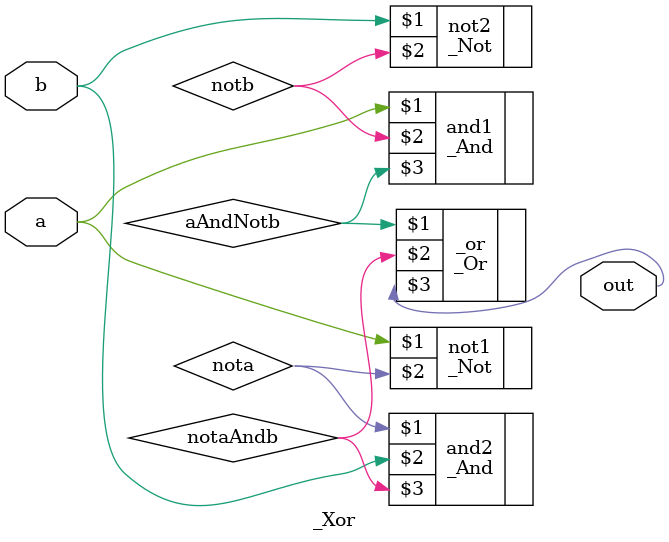
<source format=v>
module _Xor(
    input a,
    input b,
    output wire out
);

    wire nota;
    wire notb;
    wire aAndNotb;
    wire notaAndb;

    _Not not1(a, nota);
    _Not not2(b, notb); 
    _And and1(a, notb, aAndNotb); 
    _And and2(nota, b, notaAndb);
    _Or _or(aAndNotb, notaAndb, out);

endmodule
</source>
